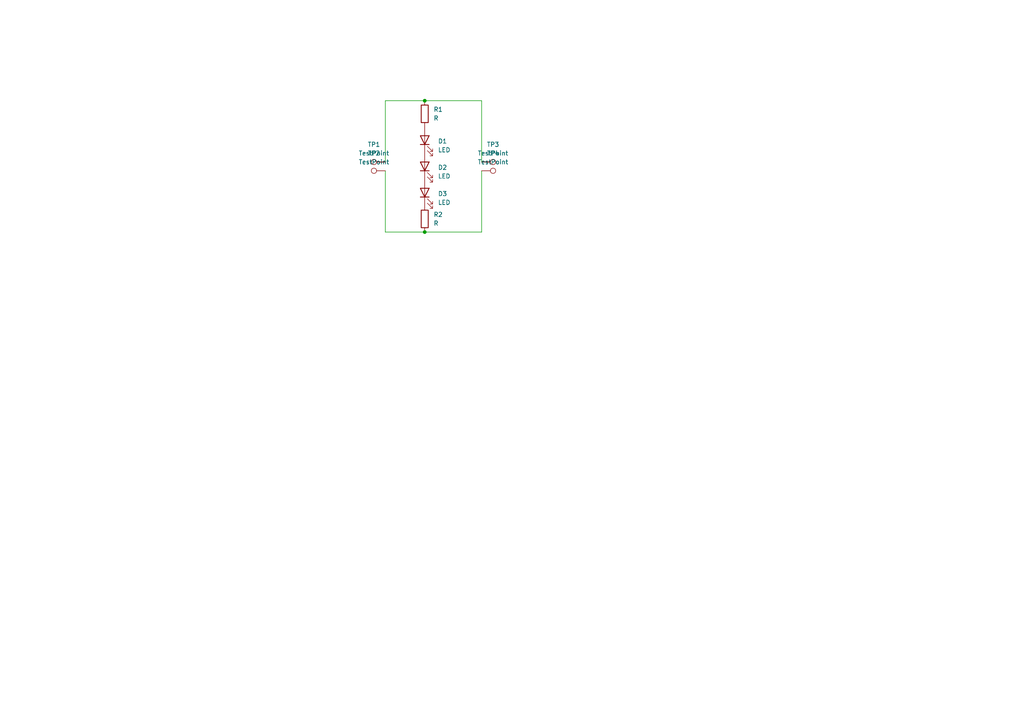
<source format=kicad_sch>
(kicad_sch (version 20230121) (generator eeschema)
  (paper "A4")
  (lib_symbols
    (symbol "Connector:TestPoint" (pin_numbers hide) (pin_names (offset 0.762) hide)
      (property "Reference" "TP" (at 0 6.858 0))
      (property "Value" "TestPoint" (at 0 5.08 0))
      (symbol "TestPoint_0_1"
        (circle (center 0 3.302) (radius 0.762))
      )
      (symbol "TestPoint_1_1"
        (pin passive line (at 0 0 90) (length 2.54) (name "1") (number "1"))
      )
    )
    (symbol "Device:LED" (pin_numbers hide) (pin_names (offset 1.016) hide)
      (property "Reference" "D" (at 0 2.54 0))
      (property "Value" "LED" (at 0 -2.54 0))
      (symbol "LED_0_1"
        (polyline (pts (xy -1.27 -1.27) (xy -1.27 1.27)) (stroke (width 0.254)))
        (polyline (pts (xy -1.27 0) (xy 1.27 0)))
        (polyline (pts (xy 1.27 -1.27) (xy 1.27 1.27) (xy -1.27 0) (xy 1.27 -1.27)) (stroke (width 0.254)))
        (polyline (pts (xy -3.048 -0.762) (xy -4.572 -2.286) (xy -3.81 -2.286) (xy -4.572 -2.286) (xy -4.572 -1.524)))
        (polyline (pts (xy -1.778 -0.762) (xy -3.302 -2.286) (xy -2.54 -2.286) (xy -3.302 -2.286) (xy -3.302 -1.524)))
      )
      (symbol "LED_1_1"
        (pin passive line (at -3.81 0 0) (length 2.54) (name "K") (number "1"))
        (pin passive line (at 3.81 0 180) (length 2.54) (name "A") (number "2"))
      )
    )
    (symbol "Device:R" (pin_numbers hide) (pin_names (offset 0))
      (property "Reference" "R" (at 2.032 0 90))
      (property "Value" "R" (at 0 0 90))
      (symbol "R_0_1"
        (rectangle (start -1.016 -2.54) (end 1.016 2.54) (stroke (width 0.254)))
      )
      (symbol "R_1_1"
        (pin passive line (at 0 3.81 270) (length 1.27) (name "~") (number "1"))
        (pin passive line (at 0 -3.81 90) (length 1.27) (name "~") (number "2"))
      )
    )
  )
  (junction (at 123.19 67.31))
  (junction (at 123.19 29.21))
  (wire (pts (xy 139.7 49.53) (xy 139.7 67.31)))
  (wire (pts (xy 123.19 29.21) (xy 139.7 29.21)))
  (wire (pts (xy 111.76 29.21) (xy 123.19 29.21)))
  (wire (pts (xy 111.76 49.53) (xy 111.76 67.31)))
  (wire (pts (xy 123.19 67.31) (xy 139.7 67.31)))
  (wire (pts (xy 123.19 67.31) (xy 111.76 67.31)))
  (wire (pts (xy 139.7 29.21) (xy 139.7 46.99)))
  (wire (pts (xy 111.76 29.21) (xy 111.76 46.99)))
  (symbol (lib_id "Connector:TestPoint") (at 139.7 46.99 270) (mirror x) (unit 1)
    (property "Reference" "TP3" (at 143.002 41.91 90))
    (property "Value" "TestPoint" (at 143.002 44.45 90))
    (property "Footprint" "TestPoint:TestPoint_Loop_D3.80mm_Drill2.5mm" (effects hide))
  )
  (symbol (lib_id "Device:R") (at 123.19 33.02 0) (unit 1)
    (property "Reference" "R1" (at 125.73 31.75 0) (effects (justify left)))
    (property "Value" "R" (at 125.73 34.29 0) (effects (justify left)))
    (property "Footprint" "Resistor_SMD:R_1210_3225Metric_Pad1.30x2.65mm_HandSolder" (effects hide))
  )
  (symbol (lib_id "Device:LED") (at 123.19 48.26 90) (unit 1)
    (property "Reference" "D2" (at 127 48.5775 90) (effects (justify right)))
    (property "Value" "LED" (at 127 51.1175 90) (effects (justify right)))
    (property "Footprint" "LED_SMD:LED_1812_4532Metric_Pad1.30x3.40mm_HandSolder" (effects hide))
  )
  (symbol (lib_id "Connector:TestPoint") (at 111.76 46.99 90) (unit 1)
    (property "Reference" "TP1" (at 108.458 41.91 90))
    (property "Value" "TestPoint" (at 108.458 44.45 90))
    (property "Footprint" "TestPoint:TestPoint_Loop_D3.80mm_Drill2.5mm" (effects hide))
  )
  (symbol (lib_id "Device:R") (at 123.19 63.5 0) (unit 1)
    (property "Reference" "R2" (at 125.73 62.23 0) (effects (justify left)))
    (property "Value" "R" (at 125.73 64.77 0) (effects (justify left)))
    (property "Footprint" "Resistor_SMD:R_1210_3225Metric_Pad1.30x2.65mm_HandSolder" (effects hide))
  )
  (symbol (lib_id "Device:LED") (at 123.19 55.88 90) (unit 1)
    (property "Reference" "D3" (at 127 56.1975 90) (effects (justify right)))
    (property "Value" "LED" (at 127 58.7375 90) (effects (justify right)))
    (property "Footprint" "LED_SMD:LED_1812_4532Metric_Pad1.30x3.40mm_HandSolder" (effects hide))
  )
  (symbol (lib_id "Connector:TestPoint") (at 139.7 49.53 270) (mirror x) (unit 1)
    (property "Reference" "TP4" (at 143.002 44.45 90))
    (property "Value" "TestPoint" (at 143.002 46.99 90))
    (property "Footprint" "TestPoint:TestPoint_Loop_D3.80mm_Drill2.5mm" (effects hide))
  )
  (symbol (lib_id "Connector:TestPoint") (at 111.76 49.53 90) (unit 1)
    (property "Reference" "TP2" (at 108.458 44.45 90))
    (property "Value" "TestPoint" (at 108.458 46.99 90))
    (property "Footprint" "TestPoint:TestPoint_Loop_D3.80mm_Drill2.5mm" (effects hide))
  )
  (symbol (lib_id "Device:LED") (at 123.19 40.64 90) (unit 1)
    (property "Reference" "D1" (at 127 40.9575 90) (effects (justify right)))
    (property "Value" "LED" (at 127 43.4975 90) (effects (justify right)))
    (property "Footprint" "LED_SMD:LED_1812_4532Metric_Pad1.30x3.40mm_HandSolder" (effects hide))
  )
)
</source>
